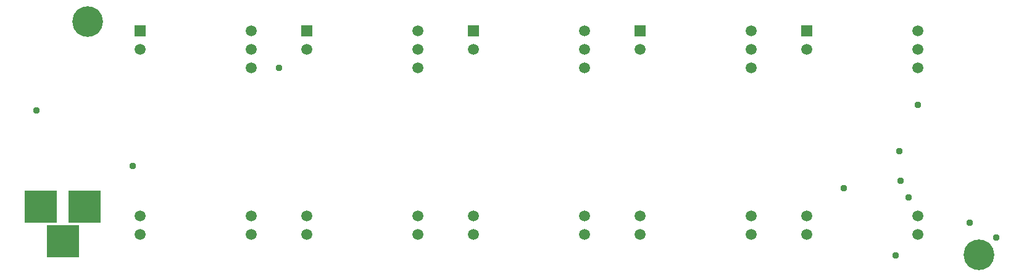
<source format=gbr>
G04 EAGLE Gerber RS-274X export*
G75*
%MOMM*%
%FSLAX34Y34*%
%LPD*%
%INSoldermask Bottom*%
%IPPOS*%
%AMOC8*
5,1,8,0,0,1.08239X$1,22.5*%
G01*
G04 Define Apertures*
%ADD10C,4.203200*%
%ADD11R,1.511200X1.511200*%
%ADD12C,1.511200*%
%ADD13R,4.519194X4.519194*%
%ADD14C,0.959600*%
D10*
X143510Y965200D03*
X1366520Y645160D03*
D11*
X215900Y952500D03*
D12*
X215900Y927100D03*
X215900Y698500D03*
X215900Y673100D03*
X368300Y673100D03*
X368300Y698500D03*
X368300Y901700D03*
X368300Y927100D03*
X368300Y952500D03*
D11*
X444500Y952500D03*
D12*
X444500Y927100D03*
X444500Y698500D03*
X444500Y673100D03*
X596900Y673100D03*
X596900Y698500D03*
X596900Y901700D03*
X596900Y927100D03*
X596900Y952500D03*
D11*
X673100Y952500D03*
D12*
X673100Y927100D03*
X673100Y698500D03*
X673100Y673100D03*
X825500Y673100D03*
X825500Y698500D03*
X825500Y901700D03*
X825500Y927100D03*
X825500Y952500D03*
D11*
X901700Y952500D03*
D12*
X901700Y927100D03*
X901700Y698500D03*
X901700Y673100D03*
X1054100Y673100D03*
X1054100Y698500D03*
X1054100Y901700D03*
X1054100Y927100D03*
X1054100Y952500D03*
D11*
X1130300Y952500D03*
D12*
X1130300Y927100D03*
X1130300Y698500D03*
X1130300Y673100D03*
X1282700Y673100D03*
X1282700Y698500D03*
X1282700Y901700D03*
X1282700Y927100D03*
X1282700Y952500D03*
D13*
X139700Y711200D03*
X109700Y664200D03*
X79700Y711200D03*
D14*
X73632Y843280D03*
X205740Y767080D03*
X406400Y901700D03*
X1270000Y723900D03*
X1259076Y747524D03*
X1181100Y736600D03*
X1257300Y787400D03*
X1282700Y850900D03*
X1390347Y669335D03*
X1252540Y644998D03*
X1353938Y689262D03*
M02*

</source>
